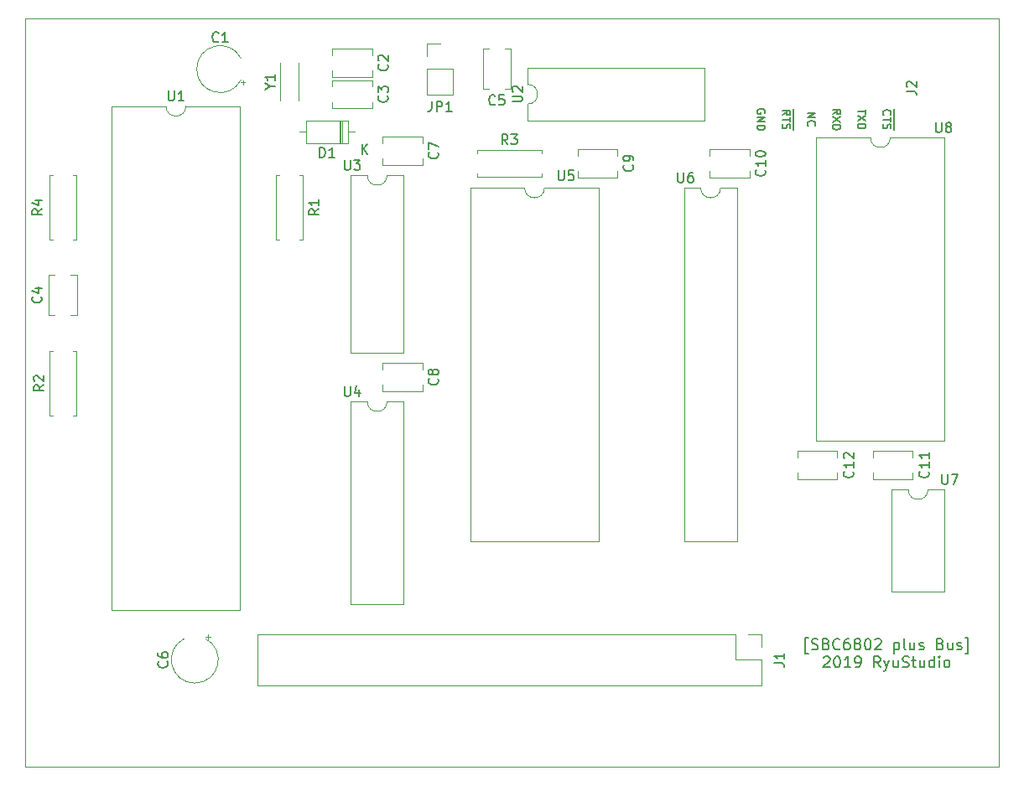
<source format=gto>
G04 #@! TF.GenerationSoftware,KiCad,Pcbnew,(5.1.2-1)-1*
G04 #@! TF.CreationDate,2019-11-16T12:56:51-08:00*
G04 #@! TF.ProjectId,sbc6802,73626336-3830-4322-9e6b-696361645f70,1.0*
G04 #@! TF.SameCoordinates,Original*
G04 #@! TF.FileFunction,Legend,Top*
G04 #@! TF.FilePolarity,Positive*
%FSLAX46Y46*%
G04 Gerber Fmt 4.6, Leading zero omitted, Abs format (unit mm)*
G04 Created by KiCad (PCBNEW (5.1.2-1)-1) date 2019-11-16 12:56:51*
%MOMM*%
%LPD*%
G04 APERTURE LIST*
%ADD10C,0.150000*%
%ADD11C,0.120000*%
G04 APERTURE END LIST*
D10*
X179470000Y-71780476D02*
X179508095Y-71704285D01*
X179508095Y-71590000D01*
X179470000Y-71475714D01*
X179393809Y-71399523D01*
X179317619Y-71361428D01*
X179165238Y-71323333D01*
X179050952Y-71323333D01*
X178898571Y-71361428D01*
X178822380Y-71399523D01*
X178746190Y-71475714D01*
X178708095Y-71590000D01*
X178708095Y-71666190D01*
X178746190Y-71780476D01*
X178784285Y-71818571D01*
X179050952Y-71818571D01*
X179050952Y-71666190D01*
X178708095Y-72161428D02*
X179508095Y-72161428D01*
X178708095Y-72618571D01*
X179508095Y-72618571D01*
X178708095Y-72999523D02*
X179508095Y-72999523D01*
X179508095Y-73190000D01*
X179470000Y-73304285D01*
X179393809Y-73380476D01*
X179317619Y-73418571D01*
X179165238Y-73456666D01*
X179050952Y-73456666D01*
X178898571Y-73418571D01*
X178822380Y-73380476D01*
X178746190Y-73304285D01*
X178708095Y-73190000D01*
X178708095Y-72999523D01*
X182381000Y-71304285D02*
X182381000Y-72104285D01*
X181248095Y-71951904D02*
X181629047Y-71685238D01*
X181248095Y-71494761D02*
X182048095Y-71494761D01*
X182048095Y-71799523D01*
X182010000Y-71875714D01*
X181971904Y-71913809D01*
X181895714Y-71951904D01*
X181781428Y-71951904D01*
X181705238Y-71913809D01*
X181667142Y-71875714D01*
X181629047Y-71799523D01*
X181629047Y-71494761D01*
X182381000Y-72104285D02*
X182381000Y-72713809D01*
X182048095Y-72180476D02*
X182048095Y-72637619D01*
X181248095Y-72409047D02*
X182048095Y-72409047D01*
X182381000Y-72713809D02*
X182381000Y-73475714D01*
X181286190Y-72866190D02*
X181248095Y-72980476D01*
X181248095Y-73170952D01*
X181286190Y-73247142D01*
X181324285Y-73285238D01*
X181400476Y-73323333D01*
X181476666Y-73323333D01*
X181552857Y-73285238D01*
X181590952Y-73247142D01*
X181629047Y-73170952D01*
X181667142Y-73018571D01*
X181705238Y-72942380D01*
X181743333Y-72904285D01*
X181819523Y-72866190D01*
X181895714Y-72866190D01*
X181971904Y-72904285D01*
X182010000Y-72942380D01*
X182048095Y-73018571D01*
X182048095Y-73209047D01*
X182010000Y-73323333D01*
X183788095Y-71761428D02*
X184588095Y-71761428D01*
X183788095Y-72218571D01*
X184588095Y-72218571D01*
X183864285Y-73056666D02*
X183826190Y-73018571D01*
X183788095Y-72904285D01*
X183788095Y-72828095D01*
X183826190Y-72713809D01*
X183902380Y-72637619D01*
X183978571Y-72599523D01*
X184130952Y-72561428D01*
X184245238Y-72561428D01*
X184397619Y-72599523D01*
X184473809Y-72637619D01*
X184550000Y-72713809D01*
X184588095Y-72828095D01*
X184588095Y-72904285D01*
X184550000Y-73018571D01*
X184511904Y-73056666D01*
X186328095Y-71856666D02*
X186709047Y-71590000D01*
X186328095Y-71399523D02*
X187128095Y-71399523D01*
X187128095Y-71704285D01*
X187090000Y-71780476D01*
X187051904Y-71818571D01*
X186975714Y-71856666D01*
X186861428Y-71856666D01*
X186785238Y-71818571D01*
X186747142Y-71780476D01*
X186709047Y-71704285D01*
X186709047Y-71399523D01*
X187128095Y-72123333D02*
X186328095Y-72656666D01*
X187128095Y-72656666D02*
X186328095Y-72123333D01*
X186328095Y-72961428D02*
X187128095Y-72961428D01*
X187128095Y-73151904D01*
X187090000Y-73266190D01*
X187013809Y-73342380D01*
X186937619Y-73380476D01*
X186785238Y-73418571D01*
X186670952Y-73418571D01*
X186518571Y-73380476D01*
X186442380Y-73342380D01*
X186366190Y-73266190D01*
X186328095Y-73151904D01*
X186328095Y-72961428D01*
X189668095Y-71380476D02*
X189668095Y-71837619D01*
X188868095Y-71609047D02*
X189668095Y-71609047D01*
X189668095Y-72028095D02*
X188868095Y-72561428D01*
X189668095Y-72561428D02*
X188868095Y-72028095D01*
X188868095Y-72866190D02*
X189668095Y-72866190D01*
X189668095Y-73056666D01*
X189630000Y-73170952D01*
X189553809Y-73247142D01*
X189477619Y-73285238D01*
X189325238Y-73323333D01*
X189210952Y-73323333D01*
X189058571Y-73285238D01*
X188982380Y-73247142D01*
X188906190Y-73170952D01*
X188868095Y-73056666D01*
X188868095Y-72866190D01*
X192541000Y-71304285D02*
X192541000Y-72104285D01*
X191484285Y-71951904D02*
X191446190Y-71913809D01*
X191408095Y-71799523D01*
X191408095Y-71723333D01*
X191446190Y-71609047D01*
X191522380Y-71532857D01*
X191598571Y-71494761D01*
X191750952Y-71456666D01*
X191865238Y-71456666D01*
X192017619Y-71494761D01*
X192093809Y-71532857D01*
X192170000Y-71609047D01*
X192208095Y-71723333D01*
X192208095Y-71799523D01*
X192170000Y-71913809D01*
X192131904Y-71951904D01*
X192541000Y-72104285D02*
X192541000Y-72713809D01*
X192208095Y-72180476D02*
X192208095Y-72637619D01*
X191408095Y-72409047D02*
X192208095Y-72409047D01*
X192541000Y-72713809D02*
X192541000Y-73475714D01*
X191446190Y-72866190D02*
X191408095Y-72980476D01*
X191408095Y-73170952D01*
X191446190Y-73247142D01*
X191484285Y-73285238D01*
X191560476Y-73323333D01*
X191636666Y-73323333D01*
X191712857Y-73285238D01*
X191750952Y-73247142D01*
X191789047Y-73170952D01*
X191827142Y-73018571D01*
X191865238Y-72942380D01*
X191903333Y-72904285D01*
X191979523Y-72866190D01*
X192055714Y-72866190D01*
X192131904Y-72904285D01*
X192170000Y-72942380D01*
X192208095Y-73018571D01*
X192208095Y-73209047D01*
X192170000Y-73323333D01*
X183834285Y-126329285D02*
X183572380Y-126329285D01*
X183572380Y-124757857D01*
X183834285Y-124757857D01*
X184200952Y-125910238D02*
X184358095Y-125962619D01*
X184620000Y-125962619D01*
X184724761Y-125910238D01*
X184777142Y-125857857D01*
X184829523Y-125753095D01*
X184829523Y-125648333D01*
X184777142Y-125543571D01*
X184724761Y-125491190D01*
X184620000Y-125438809D01*
X184410476Y-125386428D01*
X184305714Y-125334047D01*
X184253333Y-125281666D01*
X184200952Y-125176904D01*
X184200952Y-125072142D01*
X184253333Y-124967380D01*
X184305714Y-124915000D01*
X184410476Y-124862619D01*
X184672380Y-124862619D01*
X184829523Y-124915000D01*
X185667619Y-125386428D02*
X185824761Y-125438809D01*
X185877142Y-125491190D01*
X185929523Y-125595952D01*
X185929523Y-125753095D01*
X185877142Y-125857857D01*
X185824761Y-125910238D01*
X185720000Y-125962619D01*
X185300952Y-125962619D01*
X185300952Y-124862619D01*
X185667619Y-124862619D01*
X185772380Y-124915000D01*
X185824761Y-124967380D01*
X185877142Y-125072142D01*
X185877142Y-125176904D01*
X185824761Y-125281666D01*
X185772380Y-125334047D01*
X185667619Y-125386428D01*
X185300952Y-125386428D01*
X187029523Y-125857857D02*
X186977142Y-125910238D01*
X186820000Y-125962619D01*
X186715238Y-125962619D01*
X186558095Y-125910238D01*
X186453333Y-125805476D01*
X186400952Y-125700714D01*
X186348571Y-125491190D01*
X186348571Y-125334047D01*
X186400952Y-125124523D01*
X186453333Y-125019761D01*
X186558095Y-124915000D01*
X186715238Y-124862619D01*
X186820000Y-124862619D01*
X186977142Y-124915000D01*
X187029523Y-124967380D01*
X187972380Y-124862619D02*
X187762857Y-124862619D01*
X187658095Y-124915000D01*
X187605714Y-124967380D01*
X187500952Y-125124523D01*
X187448571Y-125334047D01*
X187448571Y-125753095D01*
X187500952Y-125857857D01*
X187553333Y-125910238D01*
X187658095Y-125962619D01*
X187867619Y-125962619D01*
X187972380Y-125910238D01*
X188024761Y-125857857D01*
X188077142Y-125753095D01*
X188077142Y-125491190D01*
X188024761Y-125386428D01*
X187972380Y-125334047D01*
X187867619Y-125281666D01*
X187658095Y-125281666D01*
X187553333Y-125334047D01*
X187500952Y-125386428D01*
X187448571Y-125491190D01*
X188705714Y-125334047D02*
X188600952Y-125281666D01*
X188548571Y-125229285D01*
X188496190Y-125124523D01*
X188496190Y-125072142D01*
X188548571Y-124967380D01*
X188600952Y-124915000D01*
X188705714Y-124862619D01*
X188915238Y-124862619D01*
X189020000Y-124915000D01*
X189072380Y-124967380D01*
X189124761Y-125072142D01*
X189124761Y-125124523D01*
X189072380Y-125229285D01*
X189020000Y-125281666D01*
X188915238Y-125334047D01*
X188705714Y-125334047D01*
X188600952Y-125386428D01*
X188548571Y-125438809D01*
X188496190Y-125543571D01*
X188496190Y-125753095D01*
X188548571Y-125857857D01*
X188600952Y-125910238D01*
X188705714Y-125962619D01*
X188915238Y-125962619D01*
X189020000Y-125910238D01*
X189072380Y-125857857D01*
X189124761Y-125753095D01*
X189124761Y-125543571D01*
X189072380Y-125438809D01*
X189020000Y-125386428D01*
X188915238Y-125334047D01*
X189805714Y-124862619D02*
X189910476Y-124862619D01*
X190015238Y-124915000D01*
X190067619Y-124967380D01*
X190120000Y-125072142D01*
X190172380Y-125281666D01*
X190172380Y-125543571D01*
X190120000Y-125753095D01*
X190067619Y-125857857D01*
X190015238Y-125910238D01*
X189910476Y-125962619D01*
X189805714Y-125962619D01*
X189700952Y-125910238D01*
X189648571Y-125857857D01*
X189596190Y-125753095D01*
X189543809Y-125543571D01*
X189543809Y-125281666D01*
X189596190Y-125072142D01*
X189648571Y-124967380D01*
X189700952Y-124915000D01*
X189805714Y-124862619D01*
X190591428Y-124967380D02*
X190643809Y-124915000D01*
X190748571Y-124862619D01*
X191010476Y-124862619D01*
X191115238Y-124915000D01*
X191167619Y-124967380D01*
X191220000Y-125072142D01*
X191220000Y-125176904D01*
X191167619Y-125334047D01*
X190539047Y-125962619D01*
X191220000Y-125962619D01*
X192529523Y-125229285D02*
X192529523Y-126329285D01*
X192529523Y-125281666D02*
X192634285Y-125229285D01*
X192843809Y-125229285D01*
X192948571Y-125281666D01*
X193000952Y-125334047D01*
X193053333Y-125438809D01*
X193053333Y-125753095D01*
X193000952Y-125857857D01*
X192948571Y-125910238D01*
X192843809Y-125962619D01*
X192634285Y-125962619D01*
X192529523Y-125910238D01*
X193681904Y-125962619D02*
X193577142Y-125910238D01*
X193524761Y-125805476D01*
X193524761Y-124862619D01*
X194572380Y-125229285D02*
X194572380Y-125962619D01*
X194100952Y-125229285D02*
X194100952Y-125805476D01*
X194153333Y-125910238D01*
X194258095Y-125962619D01*
X194415238Y-125962619D01*
X194520000Y-125910238D01*
X194572380Y-125857857D01*
X195043809Y-125910238D02*
X195148571Y-125962619D01*
X195358095Y-125962619D01*
X195462857Y-125910238D01*
X195515238Y-125805476D01*
X195515238Y-125753095D01*
X195462857Y-125648333D01*
X195358095Y-125595952D01*
X195200952Y-125595952D01*
X195096190Y-125543571D01*
X195043809Y-125438809D01*
X195043809Y-125386428D01*
X195096190Y-125281666D01*
X195200952Y-125229285D01*
X195358095Y-125229285D01*
X195462857Y-125281666D01*
X197191428Y-125386428D02*
X197348571Y-125438809D01*
X197400952Y-125491190D01*
X197453333Y-125595952D01*
X197453333Y-125753095D01*
X197400952Y-125857857D01*
X197348571Y-125910238D01*
X197243809Y-125962619D01*
X196824761Y-125962619D01*
X196824761Y-124862619D01*
X197191428Y-124862619D01*
X197296190Y-124915000D01*
X197348571Y-124967380D01*
X197400952Y-125072142D01*
X197400952Y-125176904D01*
X197348571Y-125281666D01*
X197296190Y-125334047D01*
X197191428Y-125386428D01*
X196824761Y-125386428D01*
X198396190Y-125229285D02*
X198396190Y-125962619D01*
X197924761Y-125229285D02*
X197924761Y-125805476D01*
X197977142Y-125910238D01*
X198081904Y-125962619D01*
X198239047Y-125962619D01*
X198343809Y-125910238D01*
X198396190Y-125857857D01*
X198867619Y-125910238D02*
X198972380Y-125962619D01*
X199181904Y-125962619D01*
X199286666Y-125910238D01*
X199339047Y-125805476D01*
X199339047Y-125753095D01*
X199286666Y-125648333D01*
X199181904Y-125595952D01*
X199024761Y-125595952D01*
X198920000Y-125543571D01*
X198867619Y-125438809D01*
X198867619Y-125386428D01*
X198920000Y-125281666D01*
X199024761Y-125229285D01*
X199181904Y-125229285D01*
X199286666Y-125281666D01*
X199705714Y-126329285D02*
X199967619Y-126329285D01*
X199967619Y-124757857D01*
X199705714Y-124757857D01*
X185405714Y-126767380D02*
X185458095Y-126715000D01*
X185562857Y-126662619D01*
X185824761Y-126662619D01*
X185929523Y-126715000D01*
X185981904Y-126767380D01*
X186034285Y-126872142D01*
X186034285Y-126976904D01*
X185981904Y-127134047D01*
X185353333Y-127762619D01*
X186034285Y-127762619D01*
X186715238Y-126662619D02*
X186820000Y-126662619D01*
X186924761Y-126715000D01*
X186977142Y-126767380D01*
X187029523Y-126872142D01*
X187081904Y-127081666D01*
X187081904Y-127343571D01*
X187029523Y-127553095D01*
X186977142Y-127657857D01*
X186924761Y-127710238D01*
X186820000Y-127762619D01*
X186715238Y-127762619D01*
X186610476Y-127710238D01*
X186558095Y-127657857D01*
X186505714Y-127553095D01*
X186453333Y-127343571D01*
X186453333Y-127081666D01*
X186505714Y-126872142D01*
X186558095Y-126767380D01*
X186610476Y-126715000D01*
X186715238Y-126662619D01*
X188129523Y-127762619D02*
X187500952Y-127762619D01*
X187815238Y-127762619D02*
X187815238Y-126662619D01*
X187710476Y-126819761D01*
X187605714Y-126924523D01*
X187500952Y-126976904D01*
X188653333Y-127762619D02*
X188862857Y-127762619D01*
X188967619Y-127710238D01*
X189020000Y-127657857D01*
X189124761Y-127500714D01*
X189177142Y-127291190D01*
X189177142Y-126872142D01*
X189124761Y-126767380D01*
X189072380Y-126715000D01*
X188967619Y-126662619D01*
X188758095Y-126662619D01*
X188653333Y-126715000D01*
X188600952Y-126767380D01*
X188548571Y-126872142D01*
X188548571Y-127134047D01*
X188600952Y-127238809D01*
X188653333Y-127291190D01*
X188758095Y-127343571D01*
X188967619Y-127343571D01*
X189072380Y-127291190D01*
X189124761Y-127238809D01*
X189177142Y-127134047D01*
X191115238Y-127762619D02*
X190748571Y-127238809D01*
X190486666Y-127762619D02*
X190486666Y-126662619D01*
X190905714Y-126662619D01*
X191010476Y-126715000D01*
X191062857Y-126767380D01*
X191115238Y-126872142D01*
X191115238Y-127029285D01*
X191062857Y-127134047D01*
X191010476Y-127186428D01*
X190905714Y-127238809D01*
X190486666Y-127238809D01*
X191481904Y-127029285D02*
X191743809Y-127762619D01*
X192005714Y-127029285D02*
X191743809Y-127762619D01*
X191639047Y-128024523D01*
X191586666Y-128076904D01*
X191481904Y-128129285D01*
X192896190Y-127029285D02*
X192896190Y-127762619D01*
X192424761Y-127029285D02*
X192424761Y-127605476D01*
X192477142Y-127710238D01*
X192581904Y-127762619D01*
X192739047Y-127762619D01*
X192843809Y-127710238D01*
X192896190Y-127657857D01*
X193367619Y-127710238D02*
X193524761Y-127762619D01*
X193786666Y-127762619D01*
X193891428Y-127710238D01*
X193943809Y-127657857D01*
X193996190Y-127553095D01*
X193996190Y-127448333D01*
X193943809Y-127343571D01*
X193891428Y-127291190D01*
X193786666Y-127238809D01*
X193577142Y-127186428D01*
X193472380Y-127134047D01*
X193420000Y-127081666D01*
X193367619Y-126976904D01*
X193367619Y-126872142D01*
X193420000Y-126767380D01*
X193472380Y-126715000D01*
X193577142Y-126662619D01*
X193839047Y-126662619D01*
X193996190Y-126715000D01*
X194310476Y-127029285D02*
X194729523Y-127029285D01*
X194467619Y-126662619D02*
X194467619Y-127605476D01*
X194520000Y-127710238D01*
X194624761Y-127762619D01*
X194729523Y-127762619D01*
X195567619Y-127029285D02*
X195567619Y-127762619D01*
X195096190Y-127029285D02*
X195096190Y-127605476D01*
X195148571Y-127710238D01*
X195253333Y-127762619D01*
X195410476Y-127762619D01*
X195515238Y-127710238D01*
X195567619Y-127657857D01*
X196562857Y-127762619D02*
X196562857Y-126662619D01*
X196562857Y-127710238D02*
X196458095Y-127762619D01*
X196248571Y-127762619D01*
X196143809Y-127710238D01*
X196091428Y-127657857D01*
X196039047Y-127553095D01*
X196039047Y-127238809D01*
X196091428Y-127134047D01*
X196143809Y-127081666D01*
X196248571Y-127029285D01*
X196458095Y-127029285D01*
X196562857Y-127081666D01*
X197086666Y-127762619D02*
X197086666Y-127029285D01*
X197086666Y-126662619D02*
X197034285Y-126715000D01*
X197086666Y-126767380D01*
X197139047Y-126715000D01*
X197086666Y-126662619D01*
X197086666Y-126767380D01*
X197767619Y-127762619D02*
X197662857Y-127710238D01*
X197610476Y-127657857D01*
X197558095Y-127553095D01*
X197558095Y-127238809D01*
X197610476Y-127134047D01*
X197662857Y-127081666D01*
X197767619Y-127029285D01*
X197924761Y-127029285D01*
X198029523Y-127081666D01*
X198081904Y-127134047D01*
X198134285Y-127238809D01*
X198134285Y-127553095D01*
X198081904Y-127657857D01*
X198029523Y-127710238D01*
X197924761Y-127762619D01*
X197767619Y-127762619D01*
D11*
X104775000Y-62230000D02*
X104775000Y-63500000D01*
X203105000Y-62230000D02*
X104775000Y-62230000D01*
X203105000Y-137795000D02*
X203105000Y-62230000D01*
X104775000Y-137795000D02*
X203105000Y-137795000D01*
X104775000Y-62865000D02*
X104775000Y-137795000D01*
X137375000Y-74780000D02*
X137375000Y-72540000D01*
X137375000Y-72540000D02*
X133135000Y-72540000D01*
X133135000Y-72540000D02*
X133135000Y-74780000D01*
X133135000Y-74780000D02*
X137375000Y-74780000D01*
X138025000Y-73660000D02*
X137375000Y-73660000D01*
X132485000Y-73660000D02*
X133135000Y-73660000D01*
X136655000Y-74780000D02*
X136655000Y-72540000D01*
X136535000Y-74780000D02*
X136535000Y-72540000D01*
X136775000Y-74780000D02*
X136775000Y-72540000D01*
X126792288Y-68870000D02*
X126792288Y-68420000D01*
X127017288Y-68645000D02*
X126567288Y-68645000D01*
X126599740Y-66250000D02*
G75*
G03X126599741Y-68370000I-2119740J-1060000D01*
G01*
X139835000Y-67470000D02*
X139835000Y-68095000D01*
X139835000Y-65255000D02*
X139835000Y-65880000D01*
X135795000Y-67470000D02*
X135795000Y-68095000D01*
X135795000Y-65255000D02*
X135795000Y-65880000D01*
X135795000Y-68095000D02*
X139835000Y-68095000D01*
X135795000Y-65255000D02*
X139835000Y-65255000D01*
X145355000Y-69910000D02*
X148015000Y-69910000D01*
X145355000Y-67310000D02*
X145355000Y-69910000D01*
X148015000Y-67310000D02*
X148015000Y-69910000D01*
X145355000Y-67310000D02*
X148015000Y-67310000D01*
X145355000Y-66040000D02*
X145355000Y-64710000D01*
X145355000Y-64710000D02*
X146685000Y-64710000D01*
X132815000Y-78010000D02*
X132485000Y-78010000D01*
X132815000Y-84550000D02*
X132815000Y-78010000D01*
X132485000Y-84550000D02*
X132815000Y-84550000D01*
X130075000Y-78010000D02*
X130405000Y-78010000D01*
X130075000Y-84550000D02*
X130075000Y-78010000D01*
X130405000Y-84550000D02*
X130075000Y-84550000D01*
X107545000Y-102330000D02*
X107215000Y-102330000D01*
X107215000Y-102330000D02*
X107215000Y-95790000D01*
X107215000Y-95790000D02*
X107545000Y-95790000D01*
X109625000Y-102330000D02*
X109955000Y-102330000D01*
X109955000Y-102330000D02*
X109955000Y-95790000D01*
X109955000Y-95790000D02*
X109625000Y-95790000D01*
X150400000Y-75795000D02*
X150400000Y-75465000D01*
X150400000Y-75465000D02*
X156940000Y-75465000D01*
X156940000Y-75465000D02*
X156940000Y-75795000D01*
X150400000Y-77875000D02*
X150400000Y-78205000D01*
X150400000Y-78205000D02*
X156940000Y-78205000D01*
X156940000Y-78205000D02*
X156940000Y-77875000D01*
X107215000Y-84550000D02*
X107545000Y-84550000D01*
X107215000Y-78010000D02*
X107215000Y-84550000D01*
X107545000Y-78010000D02*
X107215000Y-78010000D01*
X109955000Y-84550000D02*
X109625000Y-84550000D01*
X109955000Y-78010000D02*
X109955000Y-84550000D01*
X109625000Y-78010000D02*
X109955000Y-78010000D01*
X128210000Y-124400000D02*
X128210000Y-129600000D01*
X176530000Y-124400000D02*
X128210000Y-124400000D01*
X179130000Y-129600000D02*
X128210000Y-129600000D01*
X176530000Y-124400000D02*
X176530000Y-127000000D01*
X176530000Y-127000000D02*
X179130000Y-127000000D01*
X179130000Y-127000000D02*
X179130000Y-129600000D01*
X177800000Y-124400000D02*
X179130000Y-124400000D01*
X179130000Y-124400000D02*
X179130000Y-125730000D01*
X121015000Y-71060000D02*
G75*
G02X119015000Y-71060000I-1000000J0D01*
G01*
X119015000Y-71060000D02*
X113555000Y-71060000D01*
X113555000Y-71060000D02*
X113555000Y-121980000D01*
X113555000Y-121980000D02*
X126475000Y-121980000D01*
X126475000Y-121980000D02*
X126475000Y-71060000D01*
X126475000Y-71060000D02*
X121015000Y-71060000D01*
X155515000Y-67200000D02*
X155515000Y-68850000D01*
X173415000Y-67200000D02*
X155515000Y-67200000D01*
X173415000Y-72500000D02*
X173415000Y-67200000D01*
X155515000Y-72500000D02*
X173415000Y-72500000D01*
X155515000Y-70850000D02*
X155515000Y-72500000D01*
X155515000Y-68850000D02*
G75*
G02X155515000Y-70850000I0J-1000000D01*
G01*
X141335000Y-78045000D02*
G75*
G02X139335000Y-78045000I-1000000J0D01*
G01*
X139335000Y-78045000D02*
X137685000Y-78045000D01*
X137685000Y-78045000D02*
X137685000Y-95945000D01*
X137685000Y-95945000D02*
X142985000Y-95945000D01*
X142985000Y-95945000D02*
X142985000Y-78045000D01*
X142985000Y-78045000D02*
X141335000Y-78045000D01*
X141335000Y-100905000D02*
G75*
G02X139335000Y-100905000I-1000000J0D01*
G01*
X139335000Y-100905000D02*
X137685000Y-100905000D01*
X137685000Y-100905000D02*
X137685000Y-121345000D01*
X137685000Y-121345000D02*
X142985000Y-121345000D01*
X142985000Y-121345000D02*
X142985000Y-100905000D01*
X142985000Y-100905000D02*
X141335000Y-100905000D01*
X157210000Y-79315000D02*
G75*
G02X155210000Y-79315000I-1000000J0D01*
G01*
X155210000Y-79315000D02*
X149750000Y-79315000D01*
X149750000Y-79315000D02*
X149750000Y-114995000D01*
X149750000Y-114995000D02*
X162670000Y-114995000D01*
X162670000Y-114995000D02*
X162670000Y-79315000D01*
X162670000Y-79315000D02*
X157210000Y-79315000D01*
X174990000Y-79315000D02*
G75*
G02X172990000Y-79315000I-1000000J0D01*
G01*
X172990000Y-79315000D02*
X171340000Y-79315000D01*
X171340000Y-79315000D02*
X171340000Y-114995000D01*
X171340000Y-114995000D02*
X176640000Y-114995000D01*
X176640000Y-114995000D02*
X176640000Y-79315000D01*
X176640000Y-79315000D02*
X174990000Y-79315000D01*
X195945000Y-109795000D02*
G75*
G02X193945000Y-109795000I-1000000J0D01*
G01*
X193945000Y-109795000D02*
X192295000Y-109795000D01*
X192295000Y-109795000D02*
X192295000Y-120075000D01*
X192295000Y-120075000D02*
X197595000Y-120075000D01*
X197595000Y-120075000D02*
X197595000Y-109795000D01*
X197595000Y-109795000D02*
X195945000Y-109795000D01*
X192135000Y-74235000D02*
G75*
G02X190135000Y-74235000I-1000000J0D01*
G01*
X190135000Y-74235000D02*
X184675000Y-74235000D01*
X184675000Y-74235000D02*
X184675000Y-104835000D01*
X184675000Y-104835000D02*
X197595000Y-104835000D01*
X197595000Y-104835000D02*
X197595000Y-74235000D01*
X197595000Y-74235000D02*
X192135000Y-74235000D01*
X132365000Y-66660000D02*
X132365000Y-70500000D01*
X130525000Y-66660000D02*
X130525000Y-70500000D01*
X190365000Y-105895000D02*
X194405000Y-105895000D01*
X190365000Y-108735000D02*
X194405000Y-108735000D01*
X190365000Y-105895000D02*
X190365000Y-106520000D01*
X190365000Y-108110000D02*
X190365000Y-108735000D01*
X194405000Y-105895000D02*
X194405000Y-106520000D01*
X194405000Y-108110000D02*
X194405000Y-108735000D01*
X173895000Y-76040000D02*
X173895000Y-75415000D01*
X173895000Y-78255000D02*
X173895000Y-77630000D01*
X177935000Y-76040000D02*
X177935000Y-75415000D01*
X177935000Y-78255000D02*
X177935000Y-77630000D01*
X177935000Y-75415000D02*
X173895000Y-75415000D01*
X177935000Y-78255000D02*
X173895000Y-78255000D01*
X186785000Y-108110000D02*
X186785000Y-108735000D01*
X186785000Y-105895000D02*
X186785000Y-106520000D01*
X182745000Y-108110000D02*
X182745000Y-108735000D01*
X182745000Y-105895000D02*
X182745000Y-106520000D01*
X182745000Y-108735000D02*
X186785000Y-108735000D01*
X182745000Y-105895000D02*
X186785000Y-105895000D01*
X135795000Y-68430000D02*
X139835000Y-68430000D01*
X135795000Y-71270000D02*
X139835000Y-71270000D01*
X135795000Y-68430000D02*
X135795000Y-69055000D01*
X135795000Y-70645000D02*
X135795000Y-71270000D01*
X139835000Y-68430000D02*
X139835000Y-69055000D01*
X139835000Y-70645000D02*
X139835000Y-71270000D01*
X109380000Y-88130000D02*
X110005000Y-88130000D01*
X107165000Y-88130000D02*
X107790000Y-88130000D01*
X109380000Y-92170000D02*
X110005000Y-92170000D01*
X107165000Y-92170000D02*
X107790000Y-92170000D01*
X110005000Y-92170000D02*
X110005000Y-88130000D01*
X107165000Y-92170000D02*
X107165000Y-88130000D01*
X153820000Y-65270000D02*
X153820000Y-69310000D01*
X150980000Y-65270000D02*
X150980000Y-69310000D01*
X153820000Y-65270000D02*
X153195000Y-65270000D01*
X151605000Y-65270000D02*
X150980000Y-65270000D01*
X153820000Y-69310000D02*
X153195000Y-69310000D01*
X151605000Y-69310000D02*
X150980000Y-69310000D01*
X120860000Y-124860260D02*
G75*
G03X122980000Y-124860259I1060000J-2119740D01*
G01*
X123255000Y-124442712D02*
X123255000Y-124892712D01*
X123480000Y-124667712D02*
X123030000Y-124667712D01*
X140875000Y-74770000D02*
X140875000Y-74145000D01*
X140875000Y-76985000D02*
X140875000Y-76360000D01*
X144915000Y-74770000D02*
X144915000Y-74145000D01*
X144915000Y-76985000D02*
X144915000Y-76360000D01*
X144915000Y-74145000D02*
X140875000Y-74145000D01*
X144915000Y-76985000D02*
X140875000Y-76985000D01*
X144915000Y-99845000D02*
X140875000Y-99845000D01*
X144915000Y-97005000D02*
X140875000Y-97005000D01*
X144915000Y-99845000D02*
X144915000Y-99220000D01*
X144915000Y-97630000D02*
X144915000Y-97005000D01*
X140875000Y-99845000D02*
X140875000Y-99220000D01*
X140875000Y-97630000D02*
X140875000Y-97005000D01*
X164600000Y-78255000D02*
X160560000Y-78255000D01*
X164600000Y-75415000D02*
X160560000Y-75415000D01*
X164600000Y-78255000D02*
X164600000Y-77630000D01*
X164600000Y-76040000D02*
X164600000Y-75415000D01*
X160560000Y-78255000D02*
X160560000Y-77630000D01*
X160560000Y-76040000D02*
X160560000Y-75415000D01*
D10*
X193762380Y-69548333D02*
X194476666Y-69548333D01*
X194619523Y-69595952D01*
X194714761Y-69691190D01*
X194762380Y-69834047D01*
X194762380Y-69929285D01*
X193857619Y-69119761D02*
X193810000Y-69072142D01*
X193762380Y-68976904D01*
X193762380Y-68738809D01*
X193810000Y-68643571D01*
X193857619Y-68595952D01*
X193952857Y-68548333D01*
X194048095Y-68548333D01*
X194190952Y-68595952D01*
X194762380Y-69167380D01*
X194762380Y-68548333D01*
X134516904Y-76232380D02*
X134516904Y-75232380D01*
X134755000Y-75232380D01*
X134897857Y-75280000D01*
X134993095Y-75375238D01*
X135040714Y-75470476D01*
X135088333Y-75660952D01*
X135088333Y-75803809D01*
X135040714Y-75994285D01*
X134993095Y-76089523D01*
X134897857Y-76184761D01*
X134755000Y-76232380D01*
X134516904Y-76232380D01*
X136040714Y-76232380D02*
X135469285Y-76232380D01*
X135755000Y-76232380D02*
X135755000Y-75232380D01*
X135659761Y-75375238D01*
X135564523Y-75470476D01*
X135469285Y-75518095D01*
X138803095Y-75912380D02*
X138803095Y-74912380D01*
X139374523Y-75912380D02*
X138945952Y-75340952D01*
X139374523Y-74912380D02*
X138803095Y-75483809D01*
X124313333Y-64492142D02*
X124265714Y-64539761D01*
X124122857Y-64587380D01*
X124027619Y-64587380D01*
X123884761Y-64539761D01*
X123789523Y-64444523D01*
X123741904Y-64349285D01*
X123694285Y-64158809D01*
X123694285Y-64015952D01*
X123741904Y-63825476D01*
X123789523Y-63730238D01*
X123884761Y-63635000D01*
X124027619Y-63587380D01*
X124122857Y-63587380D01*
X124265714Y-63635000D01*
X124313333Y-63682619D01*
X125265714Y-64587380D02*
X124694285Y-64587380D01*
X124980000Y-64587380D02*
X124980000Y-63587380D01*
X124884761Y-63730238D01*
X124789523Y-63825476D01*
X124694285Y-63873095D01*
X141327142Y-66841666D02*
X141374761Y-66889285D01*
X141422380Y-67032142D01*
X141422380Y-67127380D01*
X141374761Y-67270238D01*
X141279523Y-67365476D01*
X141184285Y-67413095D01*
X140993809Y-67460714D01*
X140850952Y-67460714D01*
X140660476Y-67413095D01*
X140565238Y-67365476D01*
X140470000Y-67270238D01*
X140422380Y-67127380D01*
X140422380Y-67032142D01*
X140470000Y-66889285D01*
X140517619Y-66841666D01*
X140517619Y-66460714D02*
X140470000Y-66413095D01*
X140422380Y-66317857D01*
X140422380Y-66079761D01*
X140470000Y-65984523D01*
X140517619Y-65936904D01*
X140612857Y-65889285D01*
X140708095Y-65889285D01*
X140850952Y-65936904D01*
X141422380Y-66508333D01*
X141422380Y-65889285D01*
X145851666Y-70572380D02*
X145851666Y-71286666D01*
X145804047Y-71429523D01*
X145708809Y-71524761D01*
X145565952Y-71572380D01*
X145470714Y-71572380D01*
X146327857Y-71572380D02*
X146327857Y-70572380D01*
X146708809Y-70572380D01*
X146804047Y-70620000D01*
X146851666Y-70667619D01*
X146899285Y-70762857D01*
X146899285Y-70905714D01*
X146851666Y-71000952D01*
X146804047Y-71048571D01*
X146708809Y-71096190D01*
X146327857Y-71096190D01*
X147851666Y-71572380D02*
X147280238Y-71572380D01*
X147565952Y-71572380D02*
X147565952Y-70572380D01*
X147470714Y-70715238D01*
X147375476Y-70810476D01*
X147280238Y-70858095D01*
X134437380Y-81446666D02*
X133961190Y-81780000D01*
X134437380Y-82018095D02*
X133437380Y-82018095D01*
X133437380Y-81637142D01*
X133485000Y-81541904D01*
X133532619Y-81494285D01*
X133627857Y-81446666D01*
X133770714Y-81446666D01*
X133865952Y-81494285D01*
X133913571Y-81541904D01*
X133961190Y-81637142D01*
X133961190Y-82018095D01*
X134437380Y-80494285D02*
X134437380Y-81065714D01*
X134437380Y-80780000D02*
X133437380Y-80780000D01*
X133580238Y-80875238D01*
X133675476Y-80970476D01*
X133723095Y-81065714D01*
X106667380Y-99226666D02*
X106191190Y-99560000D01*
X106667380Y-99798095D02*
X105667380Y-99798095D01*
X105667380Y-99417142D01*
X105715000Y-99321904D01*
X105762619Y-99274285D01*
X105857857Y-99226666D01*
X106000714Y-99226666D01*
X106095952Y-99274285D01*
X106143571Y-99321904D01*
X106191190Y-99417142D01*
X106191190Y-99798095D01*
X105762619Y-98845714D02*
X105715000Y-98798095D01*
X105667380Y-98702857D01*
X105667380Y-98464761D01*
X105715000Y-98369523D01*
X105762619Y-98321904D01*
X105857857Y-98274285D01*
X105953095Y-98274285D01*
X106095952Y-98321904D01*
X106667380Y-98893333D01*
X106667380Y-98274285D01*
X153503333Y-74917380D02*
X153170000Y-74441190D01*
X152931904Y-74917380D02*
X152931904Y-73917380D01*
X153312857Y-73917380D01*
X153408095Y-73965000D01*
X153455714Y-74012619D01*
X153503333Y-74107857D01*
X153503333Y-74250714D01*
X153455714Y-74345952D01*
X153408095Y-74393571D01*
X153312857Y-74441190D01*
X152931904Y-74441190D01*
X153836666Y-73917380D02*
X154455714Y-73917380D01*
X154122380Y-74298333D01*
X154265238Y-74298333D01*
X154360476Y-74345952D01*
X154408095Y-74393571D01*
X154455714Y-74488809D01*
X154455714Y-74726904D01*
X154408095Y-74822142D01*
X154360476Y-74869761D01*
X154265238Y-74917380D01*
X153979523Y-74917380D01*
X153884285Y-74869761D01*
X153836666Y-74822142D01*
X106497380Y-81446666D02*
X106021190Y-81780000D01*
X106497380Y-82018095D02*
X105497380Y-82018095D01*
X105497380Y-81637142D01*
X105545000Y-81541904D01*
X105592619Y-81494285D01*
X105687857Y-81446666D01*
X105830714Y-81446666D01*
X105925952Y-81494285D01*
X105973571Y-81541904D01*
X106021190Y-81637142D01*
X106021190Y-82018095D01*
X105830714Y-80589523D02*
X106497380Y-80589523D01*
X105449761Y-80827619D02*
X106164047Y-81065714D01*
X106164047Y-80446666D01*
X180427380Y-127333333D02*
X181141666Y-127333333D01*
X181284523Y-127380952D01*
X181379761Y-127476190D01*
X181427380Y-127619047D01*
X181427380Y-127714285D01*
X181427380Y-126333333D02*
X181427380Y-126904761D01*
X181427380Y-126619047D02*
X180427380Y-126619047D01*
X180570238Y-126714285D01*
X180665476Y-126809523D01*
X180713095Y-126904761D01*
X119253095Y-69512380D02*
X119253095Y-70321904D01*
X119300714Y-70417142D01*
X119348333Y-70464761D01*
X119443571Y-70512380D01*
X119634047Y-70512380D01*
X119729285Y-70464761D01*
X119776904Y-70417142D01*
X119824523Y-70321904D01*
X119824523Y-69512380D01*
X120824523Y-70512380D02*
X120253095Y-70512380D01*
X120538809Y-70512380D02*
X120538809Y-69512380D01*
X120443571Y-69655238D01*
X120348333Y-69750476D01*
X120253095Y-69798095D01*
X153967380Y-70611904D02*
X154776904Y-70611904D01*
X154872142Y-70564285D01*
X154919761Y-70516666D01*
X154967380Y-70421428D01*
X154967380Y-70230952D01*
X154919761Y-70135714D01*
X154872142Y-70088095D01*
X154776904Y-70040476D01*
X153967380Y-70040476D01*
X154062619Y-69611904D02*
X154015000Y-69564285D01*
X153967380Y-69469047D01*
X153967380Y-69230952D01*
X154015000Y-69135714D01*
X154062619Y-69088095D01*
X154157857Y-69040476D01*
X154253095Y-69040476D01*
X154395952Y-69088095D01*
X154967380Y-69659523D01*
X154967380Y-69040476D01*
X137033095Y-76497380D02*
X137033095Y-77306904D01*
X137080714Y-77402142D01*
X137128333Y-77449761D01*
X137223571Y-77497380D01*
X137414047Y-77497380D01*
X137509285Y-77449761D01*
X137556904Y-77402142D01*
X137604523Y-77306904D01*
X137604523Y-76497380D01*
X137985476Y-76497380D02*
X138604523Y-76497380D01*
X138271190Y-76878333D01*
X138414047Y-76878333D01*
X138509285Y-76925952D01*
X138556904Y-76973571D01*
X138604523Y-77068809D01*
X138604523Y-77306904D01*
X138556904Y-77402142D01*
X138509285Y-77449761D01*
X138414047Y-77497380D01*
X138128333Y-77497380D01*
X138033095Y-77449761D01*
X137985476Y-77402142D01*
X137033095Y-99357380D02*
X137033095Y-100166904D01*
X137080714Y-100262142D01*
X137128333Y-100309761D01*
X137223571Y-100357380D01*
X137414047Y-100357380D01*
X137509285Y-100309761D01*
X137556904Y-100262142D01*
X137604523Y-100166904D01*
X137604523Y-99357380D01*
X138509285Y-99690714D02*
X138509285Y-100357380D01*
X138271190Y-99309761D02*
X138033095Y-100024047D01*
X138652142Y-100024047D01*
X158623095Y-77557380D02*
X158623095Y-78366904D01*
X158670714Y-78462142D01*
X158718333Y-78509761D01*
X158813571Y-78557380D01*
X159004047Y-78557380D01*
X159099285Y-78509761D01*
X159146904Y-78462142D01*
X159194523Y-78366904D01*
X159194523Y-77557380D01*
X160146904Y-77557380D02*
X159670714Y-77557380D01*
X159623095Y-78033571D01*
X159670714Y-77985952D01*
X159765952Y-77938333D01*
X160004047Y-77938333D01*
X160099285Y-77985952D01*
X160146904Y-78033571D01*
X160194523Y-78128809D01*
X160194523Y-78366904D01*
X160146904Y-78462142D01*
X160099285Y-78509761D01*
X160004047Y-78557380D01*
X159765952Y-78557380D01*
X159670714Y-78509761D01*
X159623095Y-78462142D01*
X170688095Y-77767380D02*
X170688095Y-78576904D01*
X170735714Y-78672142D01*
X170783333Y-78719761D01*
X170878571Y-78767380D01*
X171069047Y-78767380D01*
X171164285Y-78719761D01*
X171211904Y-78672142D01*
X171259523Y-78576904D01*
X171259523Y-77767380D01*
X172164285Y-77767380D02*
X171973809Y-77767380D01*
X171878571Y-77815000D01*
X171830952Y-77862619D01*
X171735714Y-78005476D01*
X171688095Y-78195952D01*
X171688095Y-78576904D01*
X171735714Y-78672142D01*
X171783333Y-78719761D01*
X171878571Y-78767380D01*
X172069047Y-78767380D01*
X172164285Y-78719761D01*
X172211904Y-78672142D01*
X172259523Y-78576904D01*
X172259523Y-78338809D01*
X172211904Y-78243571D01*
X172164285Y-78195952D01*
X172069047Y-78148333D01*
X171878571Y-78148333D01*
X171783333Y-78195952D01*
X171735714Y-78243571D01*
X171688095Y-78338809D01*
X197358095Y-108247380D02*
X197358095Y-109056904D01*
X197405714Y-109152142D01*
X197453333Y-109199761D01*
X197548571Y-109247380D01*
X197739047Y-109247380D01*
X197834285Y-109199761D01*
X197881904Y-109152142D01*
X197929523Y-109056904D01*
X197929523Y-108247380D01*
X198310476Y-108247380D02*
X198977142Y-108247380D01*
X198548571Y-109247380D01*
X196723095Y-72687380D02*
X196723095Y-73496904D01*
X196770714Y-73592142D01*
X196818333Y-73639761D01*
X196913571Y-73687380D01*
X197104047Y-73687380D01*
X197199285Y-73639761D01*
X197246904Y-73592142D01*
X197294523Y-73496904D01*
X197294523Y-72687380D01*
X197913571Y-73115952D02*
X197818333Y-73068333D01*
X197770714Y-73020714D01*
X197723095Y-72925476D01*
X197723095Y-72877857D01*
X197770714Y-72782619D01*
X197818333Y-72735000D01*
X197913571Y-72687380D01*
X198104047Y-72687380D01*
X198199285Y-72735000D01*
X198246904Y-72782619D01*
X198294523Y-72877857D01*
X198294523Y-72925476D01*
X198246904Y-73020714D01*
X198199285Y-73068333D01*
X198104047Y-73115952D01*
X197913571Y-73115952D01*
X197818333Y-73163571D01*
X197770714Y-73211190D01*
X197723095Y-73306428D01*
X197723095Y-73496904D01*
X197770714Y-73592142D01*
X197818333Y-73639761D01*
X197913571Y-73687380D01*
X198104047Y-73687380D01*
X198199285Y-73639761D01*
X198246904Y-73592142D01*
X198294523Y-73496904D01*
X198294523Y-73306428D01*
X198246904Y-73211190D01*
X198199285Y-73163571D01*
X198104047Y-73115952D01*
X129516190Y-69056190D02*
X129992380Y-69056190D01*
X128992380Y-69389523D02*
X129516190Y-69056190D01*
X128992380Y-68722857D01*
X129992380Y-67865714D02*
X129992380Y-68437142D01*
X129992380Y-68151428D02*
X128992380Y-68151428D01*
X129135238Y-68246666D01*
X129230476Y-68341904D01*
X129278095Y-68437142D01*
X195937142Y-107957857D02*
X195984761Y-108005476D01*
X196032380Y-108148333D01*
X196032380Y-108243571D01*
X195984761Y-108386428D01*
X195889523Y-108481666D01*
X195794285Y-108529285D01*
X195603809Y-108576904D01*
X195460952Y-108576904D01*
X195270476Y-108529285D01*
X195175238Y-108481666D01*
X195080000Y-108386428D01*
X195032380Y-108243571D01*
X195032380Y-108148333D01*
X195080000Y-108005476D01*
X195127619Y-107957857D01*
X196032380Y-107005476D02*
X196032380Y-107576904D01*
X196032380Y-107291190D02*
X195032380Y-107291190D01*
X195175238Y-107386428D01*
X195270476Y-107481666D01*
X195318095Y-107576904D01*
X196032380Y-106053095D02*
X196032380Y-106624523D01*
X196032380Y-106338809D02*
X195032380Y-106338809D01*
X195175238Y-106434047D01*
X195270476Y-106529285D01*
X195318095Y-106624523D01*
X179427142Y-77477857D02*
X179474761Y-77525476D01*
X179522380Y-77668333D01*
X179522380Y-77763571D01*
X179474761Y-77906428D01*
X179379523Y-78001666D01*
X179284285Y-78049285D01*
X179093809Y-78096904D01*
X178950952Y-78096904D01*
X178760476Y-78049285D01*
X178665238Y-78001666D01*
X178570000Y-77906428D01*
X178522380Y-77763571D01*
X178522380Y-77668333D01*
X178570000Y-77525476D01*
X178617619Y-77477857D01*
X179522380Y-76525476D02*
X179522380Y-77096904D01*
X179522380Y-76811190D02*
X178522380Y-76811190D01*
X178665238Y-76906428D01*
X178760476Y-77001666D01*
X178808095Y-77096904D01*
X178522380Y-75906428D02*
X178522380Y-75811190D01*
X178570000Y-75715952D01*
X178617619Y-75668333D01*
X178712857Y-75620714D01*
X178903333Y-75573095D01*
X179141428Y-75573095D01*
X179331904Y-75620714D01*
X179427142Y-75668333D01*
X179474761Y-75715952D01*
X179522380Y-75811190D01*
X179522380Y-75906428D01*
X179474761Y-76001666D01*
X179427142Y-76049285D01*
X179331904Y-76096904D01*
X179141428Y-76144523D01*
X178903333Y-76144523D01*
X178712857Y-76096904D01*
X178617619Y-76049285D01*
X178570000Y-76001666D01*
X178522380Y-75906428D01*
X188317142Y-107957857D02*
X188364761Y-108005476D01*
X188412380Y-108148333D01*
X188412380Y-108243571D01*
X188364761Y-108386428D01*
X188269523Y-108481666D01*
X188174285Y-108529285D01*
X187983809Y-108576904D01*
X187840952Y-108576904D01*
X187650476Y-108529285D01*
X187555238Y-108481666D01*
X187460000Y-108386428D01*
X187412380Y-108243571D01*
X187412380Y-108148333D01*
X187460000Y-108005476D01*
X187507619Y-107957857D01*
X188412380Y-107005476D02*
X188412380Y-107576904D01*
X188412380Y-107291190D02*
X187412380Y-107291190D01*
X187555238Y-107386428D01*
X187650476Y-107481666D01*
X187698095Y-107576904D01*
X187507619Y-106624523D02*
X187460000Y-106576904D01*
X187412380Y-106481666D01*
X187412380Y-106243571D01*
X187460000Y-106148333D01*
X187507619Y-106100714D01*
X187602857Y-106053095D01*
X187698095Y-106053095D01*
X187840952Y-106100714D01*
X188412380Y-106672142D01*
X188412380Y-106053095D01*
X141327142Y-70016666D02*
X141374761Y-70064285D01*
X141422380Y-70207142D01*
X141422380Y-70302380D01*
X141374761Y-70445238D01*
X141279523Y-70540476D01*
X141184285Y-70588095D01*
X140993809Y-70635714D01*
X140850952Y-70635714D01*
X140660476Y-70588095D01*
X140565238Y-70540476D01*
X140470000Y-70445238D01*
X140422380Y-70302380D01*
X140422380Y-70207142D01*
X140470000Y-70064285D01*
X140517619Y-70016666D01*
X140422380Y-69683333D02*
X140422380Y-69064285D01*
X140803333Y-69397619D01*
X140803333Y-69254761D01*
X140850952Y-69159523D01*
X140898571Y-69111904D01*
X140993809Y-69064285D01*
X141231904Y-69064285D01*
X141327142Y-69111904D01*
X141374761Y-69159523D01*
X141422380Y-69254761D01*
X141422380Y-69540476D01*
X141374761Y-69635714D01*
X141327142Y-69683333D01*
X106392142Y-90316666D02*
X106439761Y-90364285D01*
X106487380Y-90507142D01*
X106487380Y-90602380D01*
X106439761Y-90745238D01*
X106344523Y-90840476D01*
X106249285Y-90888095D01*
X106058809Y-90935714D01*
X105915952Y-90935714D01*
X105725476Y-90888095D01*
X105630238Y-90840476D01*
X105535000Y-90745238D01*
X105487380Y-90602380D01*
X105487380Y-90507142D01*
X105535000Y-90364285D01*
X105582619Y-90316666D01*
X105820714Y-89459523D02*
X106487380Y-89459523D01*
X105439761Y-89697619D02*
X106154047Y-89935714D01*
X106154047Y-89316666D01*
X152233333Y-70842142D02*
X152185714Y-70889761D01*
X152042857Y-70937380D01*
X151947619Y-70937380D01*
X151804761Y-70889761D01*
X151709523Y-70794523D01*
X151661904Y-70699285D01*
X151614285Y-70508809D01*
X151614285Y-70365952D01*
X151661904Y-70175476D01*
X151709523Y-70080238D01*
X151804761Y-69985000D01*
X151947619Y-69937380D01*
X152042857Y-69937380D01*
X152185714Y-69985000D01*
X152233333Y-70032619D01*
X153138095Y-69937380D02*
X152661904Y-69937380D01*
X152614285Y-70413571D01*
X152661904Y-70365952D01*
X152757142Y-70318333D01*
X152995238Y-70318333D01*
X153090476Y-70365952D01*
X153138095Y-70413571D01*
X153185714Y-70508809D01*
X153185714Y-70746904D01*
X153138095Y-70842142D01*
X153090476Y-70889761D01*
X152995238Y-70937380D01*
X152757142Y-70937380D01*
X152661904Y-70889761D01*
X152614285Y-70842142D01*
X119102142Y-127166666D02*
X119149761Y-127214285D01*
X119197380Y-127357142D01*
X119197380Y-127452380D01*
X119149761Y-127595238D01*
X119054523Y-127690476D01*
X118959285Y-127738095D01*
X118768809Y-127785714D01*
X118625952Y-127785714D01*
X118435476Y-127738095D01*
X118340238Y-127690476D01*
X118245000Y-127595238D01*
X118197380Y-127452380D01*
X118197380Y-127357142D01*
X118245000Y-127214285D01*
X118292619Y-127166666D01*
X118197380Y-126309523D02*
X118197380Y-126500000D01*
X118245000Y-126595238D01*
X118292619Y-126642857D01*
X118435476Y-126738095D01*
X118625952Y-126785714D01*
X119006904Y-126785714D01*
X119102142Y-126738095D01*
X119149761Y-126690476D01*
X119197380Y-126595238D01*
X119197380Y-126404761D01*
X119149761Y-126309523D01*
X119102142Y-126261904D01*
X119006904Y-126214285D01*
X118768809Y-126214285D01*
X118673571Y-126261904D01*
X118625952Y-126309523D01*
X118578333Y-126404761D01*
X118578333Y-126595238D01*
X118625952Y-126690476D01*
X118673571Y-126738095D01*
X118768809Y-126785714D01*
X146407142Y-75731666D02*
X146454761Y-75779285D01*
X146502380Y-75922142D01*
X146502380Y-76017380D01*
X146454761Y-76160238D01*
X146359523Y-76255476D01*
X146264285Y-76303095D01*
X146073809Y-76350714D01*
X145930952Y-76350714D01*
X145740476Y-76303095D01*
X145645238Y-76255476D01*
X145550000Y-76160238D01*
X145502380Y-76017380D01*
X145502380Y-75922142D01*
X145550000Y-75779285D01*
X145597619Y-75731666D01*
X145502380Y-75398333D02*
X145502380Y-74731666D01*
X146502380Y-75160238D01*
X146407142Y-98591666D02*
X146454761Y-98639285D01*
X146502380Y-98782142D01*
X146502380Y-98877380D01*
X146454761Y-99020238D01*
X146359523Y-99115476D01*
X146264285Y-99163095D01*
X146073809Y-99210714D01*
X145930952Y-99210714D01*
X145740476Y-99163095D01*
X145645238Y-99115476D01*
X145550000Y-99020238D01*
X145502380Y-98877380D01*
X145502380Y-98782142D01*
X145550000Y-98639285D01*
X145597619Y-98591666D01*
X145930952Y-98020238D02*
X145883333Y-98115476D01*
X145835714Y-98163095D01*
X145740476Y-98210714D01*
X145692857Y-98210714D01*
X145597619Y-98163095D01*
X145550000Y-98115476D01*
X145502380Y-98020238D01*
X145502380Y-97829761D01*
X145550000Y-97734523D01*
X145597619Y-97686904D01*
X145692857Y-97639285D01*
X145740476Y-97639285D01*
X145835714Y-97686904D01*
X145883333Y-97734523D01*
X145930952Y-97829761D01*
X145930952Y-98020238D01*
X145978571Y-98115476D01*
X146026190Y-98163095D01*
X146121428Y-98210714D01*
X146311904Y-98210714D01*
X146407142Y-98163095D01*
X146454761Y-98115476D01*
X146502380Y-98020238D01*
X146502380Y-97829761D01*
X146454761Y-97734523D01*
X146407142Y-97686904D01*
X146311904Y-97639285D01*
X146121428Y-97639285D01*
X146026190Y-97686904D01*
X145978571Y-97734523D01*
X145930952Y-97829761D01*
X166092142Y-77001666D02*
X166139761Y-77049285D01*
X166187380Y-77192142D01*
X166187380Y-77287380D01*
X166139761Y-77430238D01*
X166044523Y-77525476D01*
X165949285Y-77573095D01*
X165758809Y-77620714D01*
X165615952Y-77620714D01*
X165425476Y-77573095D01*
X165330238Y-77525476D01*
X165235000Y-77430238D01*
X165187380Y-77287380D01*
X165187380Y-77192142D01*
X165235000Y-77049285D01*
X165282619Y-77001666D01*
X166187380Y-76525476D02*
X166187380Y-76335000D01*
X166139761Y-76239761D01*
X166092142Y-76192142D01*
X165949285Y-76096904D01*
X165758809Y-76049285D01*
X165377857Y-76049285D01*
X165282619Y-76096904D01*
X165235000Y-76144523D01*
X165187380Y-76239761D01*
X165187380Y-76430238D01*
X165235000Y-76525476D01*
X165282619Y-76573095D01*
X165377857Y-76620714D01*
X165615952Y-76620714D01*
X165711190Y-76573095D01*
X165758809Y-76525476D01*
X165806428Y-76430238D01*
X165806428Y-76239761D01*
X165758809Y-76144523D01*
X165711190Y-76096904D01*
X165615952Y-76049285D01*
M02*

</source>
